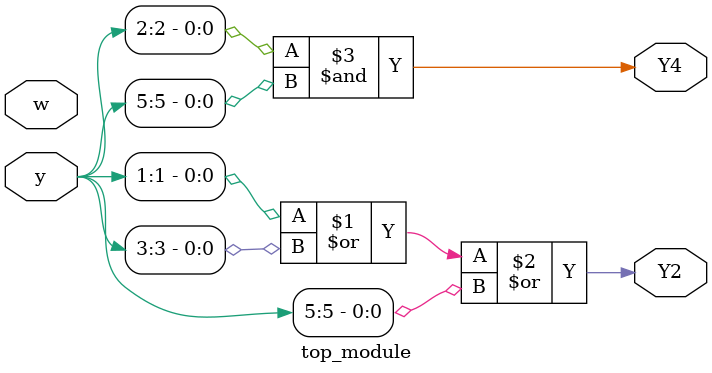
<source format=sv>
module top_module (
    input [6:1] y,
    input w,
    output Y2,
    output Y4
);

    // Next-state logic for Y2
    assign Y2 = y[1] | y[3] | y[5];
    
    // Next-state logic for Y4
    assign Y4 = y[2] & y[5];

endmodule

</source>
